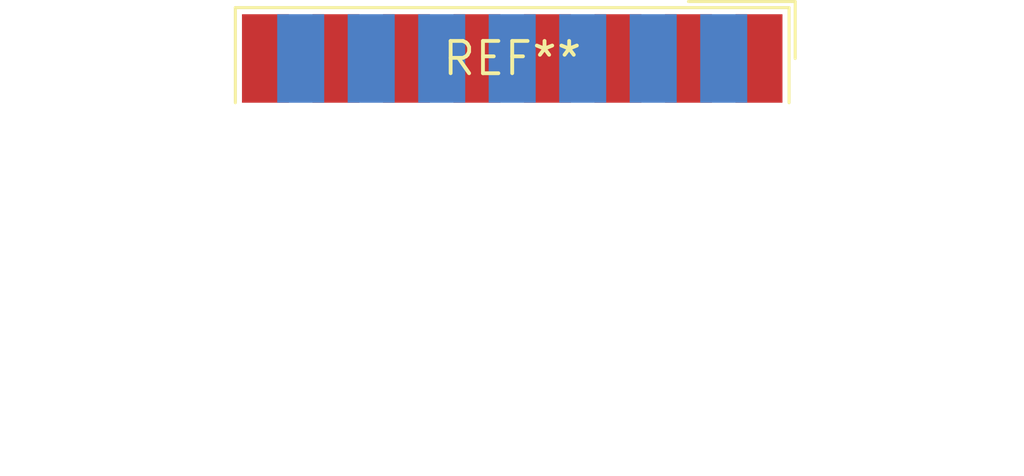
<source format=kicad_pcb>
(kicad_pcb (version 20240108) (generator pcbnew)
  (layers (0 "F.Cu" signal) (31 "B.Cu" signal) (34 "B.Paste" user) (35 "F.Paste" user) (36 "B.SilkS" user "B.Silkscreen") (37 "F.SilkS" user "F.Silkscreen") (38 "B.Mask" user) (39 "F.Mask" user) (44 "Edge.Cuts" user))
  (net 0 "")
  (footprint "DSUB-15_Female_EdgeMount_P2.77mm" (layer "F.Cu") (at 0 0)
    (property "Reference" "REF**")
    (property "Value" "DSUB-15_Female_EdgeMount_P2.77mm")
    (fp_line (start -10.878333 -2) (end -10.878333 1.74) (layer "F.SilkS") (stroke (width 0.12)))
    (fp_line (start 10.878333 -2) (end -10.878333 -2) (layer "F.SilkS") (stroke (width 0.12)))
    (fp_line (start 10.878333 1.74) (end 10.878333 -2) (layer "F.SilkS") (stroke (width 0.12)))
    (fp_line (start 11.118333 -2.24) (end 6.925 -2.24) (layer "F.SilkS") (stroke (width 0.12)))
    (fp_line (start 11.118333 0) (end 11.118333 -2.24) (layer "F.SilkS") (stroke (width 0.12)))
    (pad "1" smd rect (at 9.695 0) (size 1.846667 3.48) (layers "F.Cu" "F.Paste" "F.Mask"))
    (pad "2" smd rect (at 6.925 0) (size 1.846667 3.48) (layers "F.Cu" "F.Paste" "F.Mask"))
    (pad "3" smd rect (at 4.155 0) (size 1.846667 3.48) (layers "F.Cu" "F.Paste" "F.Mask"))
    (pad "4" smd rect (at 1.385 0) (size 1.846667 3.48) (layers "F.Cu" "F.Paste" "F.Mask"))
    (pad "5" smd rect (at -1.385 0) (size 1.846667 3.48) (layers "F.Cu" "F.Paste" "F.Mask"))
    (pad "6" smd rect (at -4.155 0) (size 1.846667 3.48) (layers "F.Cu" "F.Paste" "F.Mask"))
    (pad "7" smd rect (at -6.925 0) (size 1.846667 3.48) (layers "F.Cu" "F.Paste" "F.Mask"))
    (pad "8" smd rect (at -9.695 0) (size 1.846667 3.48) (layers "F.Cu" "F.Paste" "F.Mask"))
    (pad "9" smd rect (at 8.31 0) (size 1.846667 3.48) (layers "B.Cu" "B.Paste" "B.Mask"))
    (pad "10" smd rect (at 5.54 0) (size 1.846667 3.48) (layers "B.Cu" "B.Paste" "B.Mask"))
    (pad "11" smd rect (at 2.77 0) (size 1.846667 3.48) (layers "B.Cu" "B.Paste" "B.Mask"))
    (pad "12" smd rect (at 0 0) (size 1.846667 3.48) (layers "B.Cu" "B.Paste" "B.Mask"))
    (pad "13" smd rect (at -2.77 0) (size 1.846667 3.48) (layers "B.Cu" "B.Paste" "B.Mask"))
    (pad "14" smd rect (at -5.54 0) (size 1.846667 3.48) (layers "B.Cu" "B.Paste" "B.Mask"))
    (pad "15" smd rect (at -8.31 0) (size 1.846667 3.48) (layers "B.Cu" "B.Paste" "B.Mask"))
  )
)
</source>
